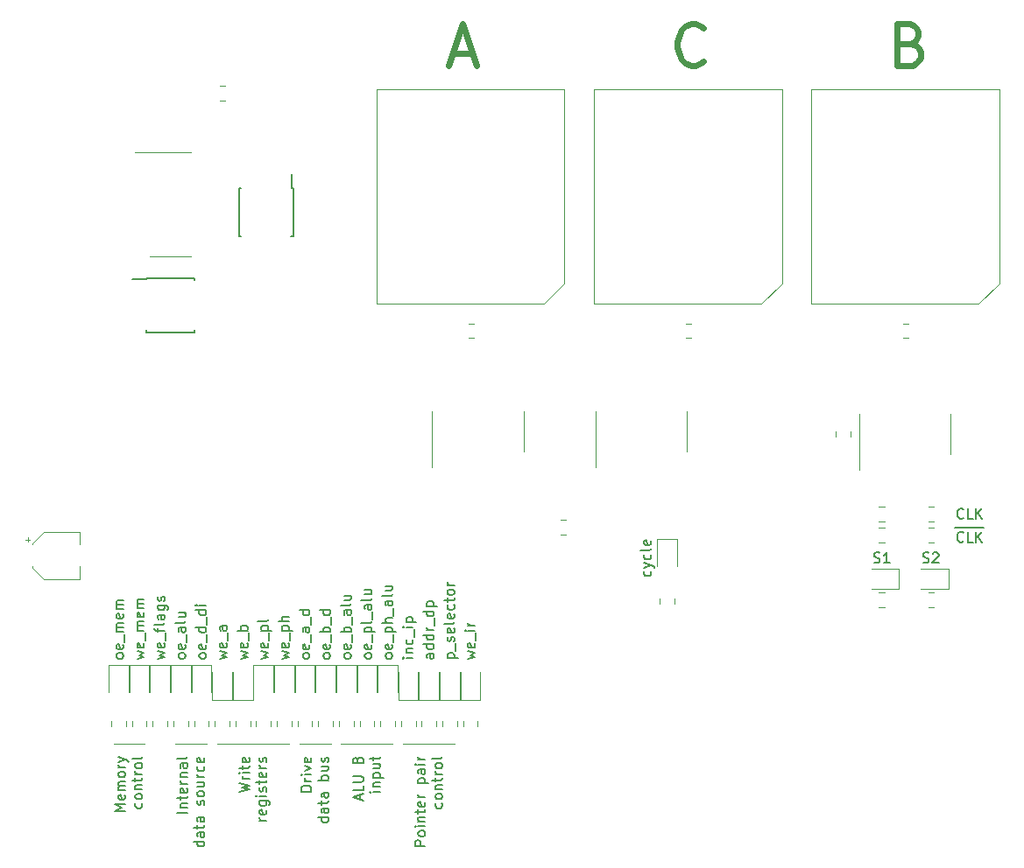
<source format=gbr>
G04 #@! TF.GenerationSoftware,KiCad,Pcbnew,(5.1.5-0-10_14)*
G04 #@! TF.CreationDate,2020-03-03T11:53:45+01:00*
G04 #@! TF.ProjectId,control,636f6e74-726f-46c2-9e6b-696361645f70,1*
G04 #@! TF.SameCoordinates,Original*
G04 #@! TF.FileFunction,Legend,Top*
G04 #@! TF.FilePolarity,Positive*
%FSLAX46Y46*%
G04 Gerber Fmt 4.6, Leading zero omitted, Abs format (unit mm)*
G04 Created by KiCad (PCBNEW (5.1.5-0-10_14)) date 2020-03-03 11:53:45*
%MOMM*%
%LPD*%
G04 APERTURE LIST*
%ADD10C,0.150000*%
%ADD11C,0.120000*%
%ADD12C,0.600000*%
G04 APERTURE END LIST*
D10*
X186988095Y-120404761D02*
X187130952Y-120452380D01*
X187369047Y-120452380D01*
X187464285Y-120404761D01*
X187511904Y-120357142D01*
X187559523Y-120261904D01*
X187559523Y-120166666D01*
X187511904Y-120071428D01*
X187464285Y-120023809D01*
X187369047Y-119976190D01*
X187178571Y-119928571D01*
X187083333Y-119880952D01*
X187035714Y-119833333D01*
X186988095Y-119738095D01*
X186988095Y-119642857D01*
X187035714Y-119547619D01*
X187083333Y-119500000D01*
X187178571Y-119452380D01*
X187416666Y-119452380D01*
X187559523Y-119500000D01*
X188511904Y-120452380D02*
X187940476Y-120452380D01*
X188226190Y-120452380D02*
X188226190Y-119452380D01*
X188130952Y-119595238D01*
X188035714Y-119690476D01*
X187940476Y-119738095D01*
X191738095Y-120404761D02*
X191880952Y-120452380D01*
X192119047Y-120452380D01*
X192214285Y-120404761D01*
X192261904Y-120357142D01*
X192309523Y-120261904D01*
X192309523Y-120166666D01*
X192261904Y-120071428D01*
X192214285Y-120023809D01*
X192119047Y-119976190D01*
X191928571Y-119928571D01*
X191833333Y-119880952D01*
X191785714Y-119833333D01*
X191738095Y-119738095D01*
X191738095Y-119642857D01*
X191785714Y-119547619D01*
X191833333Y-119500000D01*
X191928571Y-119452380D01*
X192166666Y-119452380D01*
X192309523Y-119500000D01*
X192690476Y-119547619D02*
X192738095Y-119500000D01*
X192833333Y-119452380D01*
X193071428Y-119452380D01*
X193166666Y-119500000D01*
X193214285Y-119547619D01*
X193261904Y-119642857D01*
X193261904Y-119738095D01*
X193214285Y-119880952D01*
X192642857Y-120452380D01*
X193261904Y-120452380D01*
X194845238Y-117085000D02*
X195845238Y-117085000D01*
X195654761Y-118357142D02*
X195607142Y-118404761D01*
X195464285Y-118452380D01*
X195369047Y-118452380D01*
X195226190Y-118404761D01*
X195130952Y-118309523D01*
X195083333Y-118214285D01*
X195035714Y-118023809D01*
X195035714Y-117880952D01*
X195083333Y-117690476D01*
X195130952Y-117595238D01*
X195226190Y-117500000D01*
X195369047Y-117452380D01*
X195464285Y-117452380D01*
X195607142Y-117500000D01*
X195654761Y-117547619D01*
X195845238Y-117085000D02*
X196654761Y-117085000D01*
X196559523Y-118452380D02*
X196083333Y-118452380D01*
X196083333Y-117452380D01*
X196654761Y-117085000D02*
X197654761Y-117085000D01*
X196892857Y-118452380D02*
X196892857Y-117452380D01*
X197464285Y-118452380D02*
X197035714Y-117880952D01*
X197464285Y-117452380D02*
X196892857Y-118023809D01*
X195654761Y-116107142D02*
X195607142Y-116154761D01*
X195464285Y-116202380D01*
X195369047Y-116202380D01*
X195226190Y-116154761D01*
X195130952Y-116059523D01*
X195083333Y-115964285D01*
X195035714Y-115773809D01*
X195035714Y-115630952D01*
X195083333Y-115440476D01*
X195130952Y-115345238D01*
X195226190Y-115250000D01*
X195369047Y-115202380D01*
X195464285Y-115202380D01*
X195607142Y-115250000D01*
X195654761Y-115297619D01*
X196559523Y-116202380D02*
X196083333Y-116202380D01*
X196083333Y-115202380D01*
X196892857Y-116202380D02*
X196892857Y-115202380D01*
X197464285Y-116202380D02*
X197035714Y-115630952D01*
X197464285Y-115202380D02*
X196892857Y-115773809D01*
X114627380Y-144478452D02*
X113627380Y-144478452D01*
X114341666Y-144145119D01*
X113627380Y-143811785D01*
X114627380Y-143811785D01*
X114579761Y-142954642D02*
X114627380Y-143049880D01*
X114627380Y-143240357D01*
X114579761Y-143335595D01*
X114484523Y-143383214D01*
X114103571Y-143383214D01*
X114008333Y-143335595D01*
X113960714Y-143240357D01*
X113960714Y-143049880D01*
X114008333Y-142954642D01*
X114103571Y-142907023D01*
X114198809Y-142907023D01*
X114294047Y-143383214D01*
X114627380Y-142478452D02*
X113960714Y-142478452D01*
X114055952Y-142478452D02*
X114008333Y-142430833D01*
X113960714Y-142335595D01*
X113960714Y-142192738D01*
X114008333Y-142097500D01*
X114103571Y-142049880D01*
X114627380Y-142049880D01*
X114103571Y-142049880D02*
X114008333Y-142002261D01*
X113960714Y-141907023D01*
X113960714Y-141764166D01*
X114008333Y-141668928D01*
X114103571Y-141621309D01*
X114627380Y-141621309D01*
X114627380Y-141002261D02*
X114579761Y-141097500D01*
X114532142Y-141145119D01*
X114436904Y-141192738D01*
X114151190Y-141192738D01*
X114055952Y-141145119D01*
X114008333Y-141097500D01*
X113960714Y-141002261D01*
X113960714Y-140859404D01*
X114008333Y-140764166D01*
X114055952Y-140716547D01*
X114151190Y-140668928D01*
X114436904Y-140668928D01*
X114532142Y-140716547D01*
X114579761Y-140764166D01*
X114627380Y-140859404D01*
X114627380Y-141002261D01*
X114627380Y-140240357D02*
X113960714Y-140240357D01*
X114151190Y-140240357D02*
X114055952Y-140192738D01*
X114008333Y-140145119D01*
X113960714Y-140049880D01*
X113960714Y-139954642D01*
X113960714Y-139716547D02*
X114627380Y-139478452D01*
X113960714Y-139240357D02*
X114627380Y-139478452D01*
X114865476Y-139573690D01*
X114913095Y-139621309D01*
X114960714Y-139716547D01*
X116229761Y-143716547D02*
X116277380Y-143811785D01*
X116277380Y-144002261D01*
X116229761Y-144097500D01*
X116182142Y-144145119D01*
X116086904Y-144192738D01*
X115801190Y-144192738D01*
X115705952Y-144145119D01*
X115658333Y-144097500D01*
X115610714Y-144002261D01*
X115610714Y-143811785D01*
X115658333Y-143716547D01*
X116277380Y-143145119D02*
X116229761Y-143240357D01*
X116182142Y-143287976D01*
X116086904Y-143335595D01*
X115801190Y-143335595D01*
X115705952Y-143287976D01*
X115658333Y-143240357D01*
X115610714Y-143145119D01*
X115610714Y-143002261D01*
X115658333Y-142907023D01*
X115705952Y-142859404D01*
X115801190Y-142811785D01*
X116086904Y-142811785D01*
X116182142Y-142859404D01*
X116229761Y-142907023D01*
X116277380Y-143002261D01*
X116277380Y-143145119D01*
X115610714Y-142383214D02*
X116277380Y-142383214D01*
X115705952Y-142383214D02*
X115658333Y-142335595D01*
X115610714Y-142240357D01*
X115610714Y-142097500D01*
X115658333Y-142002261D01*
X115753571Y-141954642D01*
X116277380Y-141954642D01*
X115610714Y-141621309D02*
X115610714Y-141240357D01*
X115277380Y-141478452D02*
X116134523Y-141478452D01*
X116229761Y-141430833D01*
X116277380Y-141335595D01*
X116277380Y-141240357D01*
X116277380Y-140907023D02*
X115610714Y-140907023D01*
X115801190Y-140907023D02*
X115705952Y-140859404D01*
X115658333Y-140811785D01*
X115610714Y-140716547D01*
X115610714Y-140621309D01*
X116277380Y-140145119D02*
X116229761Y-140240357D01*
X116182142Y-140287976D01*
X116086904Y-140335595D01*
X115801190Y-140335595D01*
X115705952Y-140287976D01*
X115658333Y-140240357D01*
X115610714Y-140145119D01*
X115610714Y-140002261D01*
X115658333Y-139907023D01*
X115705952Y-139859404D01*
X115801190Y-139811785D01*
X116086904Y-139811785D01*
X116182142Y-139859404D01*
X116229761Y-139907023D01*
X116277380Y-140002261D01*
X116277380Y-140145119D01*
X116277380Y-139240357D02*
X116229761Y-139335595D01*
X116134523Y-139383214D01*
X115277380Y-139383214D01*
D11*
X113500000Y-138000000D02*
X116500000Y-138000000D01*
D10*
X120627380Y-144621309D02*
X119627380Y-144621309D01*
X119960714Y-144145119D02*
X120627380Y-144145119D01*
X120055952Y-144145119D02*
X120008333Y-144097500D01*
X119960714Y-144002261D01*
X119960714Y-143859404D01*
X120008333Y-143764166D01*
X120103571Y-143716547D01*
X120627380Y-143716547D01*
X119960714Y-143383214D02*
X119960714Y-143002261D01*
X119627380Y-143240357D02*
X120484523Y-143240357D01*
X120579761Y-143192738D01*
X120627380Y-143097500D01*
X120627380Y-143002261D01*
X120579761Y-142287976D02*
X120627380Y-142383214D01*
X120627380Y-142573690D01*
X120579761Y-142668928D01*
X120484523Y-142716547D01*
X120103571Y-142716547D01*
X120008333Y-142668928D01*
X119960714Y-142573690D01*
X119960714Y-142383214D01*
X120008333Y-142287976D01*
X120103571Y-142240357D01*
X120198809Y-142240357D01*
X120294047Y-142716547D01*
X120627380Y-141811785D02*
X119960714Y-141811785D01*
X120151190Y-141811785D02*
X120055952Y-141764166D01*
X120008333Y-141716547D01*
X119960714Y-141621309D01*
X119960714Y-141526071D01*
X119960714Y-141192738D02*
X120627380Y-141192738D01*
X120055952Y-141192738D02*
X120008333Y-141145119D01*
X119960714Y-141049880D01*
X119960714Y-140907023D01*
X120008333Y-140811785D01*
X120103571Y-140764166D01*
X120627380Y-140764166D01*
X120627380Y-139859404D02*
X120103571Y-139859404D01*
X120008333Y-139907023D01*
X119960714Y-140002261D01*
X119960714Y-140192738D01*
X120008333Y-140287976D01*
X120579761Y-139859404D02*
X120627380Y-139954642D01*
X120627380Y-140192738D01*
X120579761Y-140287976D01*
X120484523Y-140335595D01*
X120389285Y-140335595D01*
X120294047Y-140287976D01*
X120246428Y-140192738D01*
X120246428Y-139954642D01*
X120198809Y-139859404D01*
X120627380Y-139240357D02*
X120579761Y-139335595D01*
X120484523Y-139383214D01*
X119627380Y-139383214D01*
X122277380Y-147430833D02*
X121277380Y-147430833D01*
X122229761Y-147430833D02*
X122277380Y-147526071D01*
X122277380Y-147716547D01*
X122229761Y-147811785D01*
X122182142Y-147859404D01*
X122086904Y-147907023D01*
X121801190Y-147907023D01*
X121705952Y-147859404D01*
X121658333Y-147811785D01*
X121610714Y-147716547D01*
X121610714Y-147526071D01*
X121658333Y-147430833D01*
X122277380Y-146526071D02*
X121753571Y-146526071D01*
X121658333Y-146573690D01*
X121610714Y-146668928D01*
X121610714Y-146859404D01*
X121658333Y-146954642D01*
X122229761Y-146526071D02*
X122277380Y-146621309D01*
X122277380Y-146859404D01*
X122229761Y-146954642D01*
X122134523Y-147002261D01*
X122039285Y-147002261D01*
X121944047Y-146954642D01*
X121896428Y-146859404D01*
X121896428Y-146621309D01*
X121848809Y-146526071D01*
X121610714Y-146192738D02*
X121610714Y-145811785D01*
X121277380Y-146049880D02*
X122134523Y-146049880D01*
X122229761Y-146002261D01*
X122277380Y-145907023D01*
X122277380Y-145811785D01*
X122277380Y-145049880D02*
X121753571Y-145049880D01*
X121658333Y-145097500D01*
X121610714Y-145192738D01*
X121610714Y-145383214D01*
X121658333Y-145478452D01*
X122229761Y-145049880D02*
X122277380Y-145145119D01*
X122277380Y-145383214D01*
X122229761Y-145478452D01*
X122134523Y-145526071D01*
X122039285Y-145526071D01*
X121944047Y-145478452D01*
X121896428Y-145383214D01*
X121896428Y-145145119D01*
X121848809Y-145049880D01*
X122229761Y-143859404D02*
X122277380Y-143764166D01*
X122277380Y-143573690D01*
X122229761Y-143478452D01*
X122134523Y-143430833D01*
X122086904Y-143430833D01*
X121991666Y-143478452D01*
X121944047Y-143573690D01*
X121944047Y-143716547D01*
X121896428Y-143811785D01*
X121801190Y-143859404D01*
X121753571Y-143859404D01*
X121658333Y-143811785D01*
X121610714Y-143716547D01*
X121610714Y-143573690D01*
X121658333Y-143478452D01*
X122277380Y-142859404D02*
X122229761Y-142954642D01*
X122182142Y-143002261D01*
X122086904Y-143049880D01*
X121801190Y-143049880D01*
X121705952Y-143002261D01*
X121658333Y-142954642D01*
X121610714Y-142859404D01*
X121610714Y-142716547D01*
X121658333Y-142621309D01*
X121705952Y-142573690D01*
X121801190Y-142526071D01*
X122086904Y-142526071D01*
X122182142Y-142573690D01*
X122229761Y-142621309D01*
X122277380Y-142716547D01*
X122277380Y-142859404D01*
X121610714Y-141668928D02*
X122277380Y-141668928D01*
X121610714Y-142097500D02*
X122134523Y-142097500D01*
X122229761Y-142049880D01*
X122277380Y-141954642D01*
X122277380Y-141811785D01*
X122229761Y-141716547D01*
X122182142Y-141668928D01*
X122277380Y-141192738D02*
X121610714Y-141192738D01*
X121801190Y-141192738D02*
X121705952Y-141145119D01*
X121658333Y-141097500D01*
X121610714Y-141002261D01*
X121610714Y-140907023D01*
X122229761Y-140145119D02*
X122277380Y-140240357D01*
X122277380Y-140430833D01*
X122229761Y-140526071D01*
X122182142Y-140573690D01*
X122086904Y-140621309D01*
X121801190Y-140621309D01*
X121705952Y-140573690D01*
X121658333Y-140526071D01*
X121610714Y-140430833D01*
X121610714Y-140240357D01*
X121658333Y-140145119D01*
X122229761Y-139335595D02*
X122277380Y-139430833D01*
X122277380Y-139621309D01*
X122229761Y-139716547D01*
X122134523Y-139764166D01*
X121753571Y-139764166D01*
X121658333Y-139716547D01*
X121610714Y-139621309D01*
X121610714Y-139430833D01*
X121658333Y-139335595D01*
X121753571Y-139287976D01*
X121848809Y-139287976D01*
X121944047Y-139764166D01*
X125627380Y-142621309D02*
X126627380Y-142383214D01*
X125913095Y-142192738D01*
X126627380Y-142002261D01*
X125627380Y-141764166D01*
X126627380Y-141383214D02*
X125960714Y-141383214D01*
X126151190Y-141383214D02*
X126055952Y-141335595D01*
X126008333Y-141287976D01*
X125960714Y-141192738D01*
X125960714Y-141097500D01*
X126627380Y-140764166D02*
X125960714Y-140764166D01*
X125627380Y-140764166D02*
X125675000Y-140811785D01*
X125722619Y-140764166D01*
X125675000Y-140716547D01*
X125627380Y-140764166D01*
X125722619Y-140764166D01*
X125960714Y-140430833D02*
X125960714Y-140049880D01*
X125627380Y-140287976D02*
X126484523Y-140287976D01*
X126579761Y-140240357D01*
X126627380Y-140145119D01*
X126627380Y-140049880D01*
X126579761Y-139335595D02*
X126627380Y-139430833D01*
X126627380Y-139621309D01*
X126579761Y-139716547D01*
X126484523Y-139764166D01*
X126103571Y-139764166D01*
X126008333Y-139716547D01*
X125960714Y-139621309D01*
X125960714Y-139430833D01*
X126008333Y-139335595D01*
X126103571Y-139287976D01*
X126198809Y-139287976D01*
X126294047Y-139764166D01*
X128277380Y-145383214D02*
X127610714Y-145383214D01*
X127801190Y-145383214D02*
X127705952Y-145335595D01*
X127658333Y-145287976D01*
X127610714Y-145192738D01*
X127610714Y-145097500D01*
X128229761Y-144383214D02*
X128277380Y-144478452D01*
X128277380Y-144668928D01*
X128229761Y-144764166D01*
X128134523Y-144811785D01*
X127753571Y-144811785D01*
X127658333Y-144764166D01*
X127610714Y-144668928D01*
X127610714Y-144478452D01*
X127658333Y-144383214D01*
X127753571Y-144335595D01*
X127848809Y-144335595D01*
X127944047Y-144811785D01*
X127610714Y-143478452D02*
X128420238Y-143478452D01*
X128515476Y-143526071D01*
X128563095Y-143573690D01*
X128610714Y-143668928D01*
X128610714Y-143811785D01*
X128563095Y-143907023D01*
X128229761Y-143478452D02*
X128277380Y-143573690D01*
X128277380Y-143764166D01*
X128229761Y-143859404D01*
X128182142Y-143907023D01*
X128086904Y-143954642D01*
X127801190Y-143954642D01*
X127705952Y-143907023D01*
X127658333Y-143859404D01*
X127610714Y-143764166D01*
X127610714Y-143573690D01*
X127658333Y-143478452D01*
X128277380Y-143002261D02*
X127610714Y-143002261D01*
X127277380Y-143002261D02*
X127325000Y-143049880D01*
X127372619Y-143002261D01*
X127325000Y-142954642D01*
X127277380Y-143002261D01*
X127372619Y-143002261D01*
X128229761Y-142573690D02*
X128277380Y-142478452D01*
X128277380Y-142287976D01*
X128229761Y-142192738D01*
X128134523Y-142145119D01*
X128086904Y-142145119D01*
X127991666Y-142192738D01*
X127944047Y-142287976D01*
X127944047Y-142430833D01*
X127896428Y-142526071D01*
X127801190Y-142573690D01*
X127753571Y-142573690D01*
X127658333Y-142526071D01*
X127610714Y-142430833D01*
X127610714Y-142287976D01*
X127658333Y-142192738D01*
X127610714Y-141859404D02*
X127610714Y-141478452D01*
X127277380Y-141716547D02*
X128134523Y-141716547D01*
X128229761Y-141668928D01*
X128277380Y-141573690D01*
X128277380Y-141478452D01*
X128229761Y-140764166D02*
X128277380Y-140859404D01*
X128277380Y-141049880D01*
X128229761Y-141145119D01*
X128134523Y-141192738D01*
X127753571Y-141192738D01*
X127658333Y-141145119D01*
X127610714Y-141049880D01*
X127610714Y-140859404D01*
X127658333Y-140764166D01*
X127753571Y-140716547D01*
X127848809Y-140716547D01*
X127944047Y-141192738D01*
X128277380Y-140287976D02*
X127610714Y-140287976D01*
X127801190Y-140287976D02*
X127705952Y-140240357D01*
X127658333Y-140192738D01*
X127610714Y-140097500D01*
X127610714Y-140002261D01*
X128229761Y-139716547D02*
X128277380Y-139621309D01*
X128277380Y-139430833D01*
X128229761Y-139335595D01*
X128134523Y-139287976D01*
X128086904Y-139287976D01*
X127991666Y-139335595D01*
X127944047Y-139430833D01*
X127944047Y-139573690D01*
X127896428Y-139668928D01*
X127801190Y-139716547D01*
X127753571Y-139716547D01*
X127658333Y-139668928D01*
X127610714Y-139573690D01*
X127610714Y-139430833D01*
X127658333Y-139335595D01*
X132627380Y-142573690D02*
X131627380Y-142573690D01*
X131627380Y-142335595D01*
X131675000Y-142192738D01*
X131770238Y-142097500D01*
X131865476Y-142049880D01*
X132055952Y-142002261D01*
X132198809Y-142002261D01*
X132389285Y-142049880D01*
X132484523Y-142097500D01*
X132579761Y-142192738D01*
X132627380Y-142335595D01*
X132627380Y-142573690D01*
X132627380Y-141573690D02*
X131960714Y-141573690D01*
X132151190Y-141573690D02*
X132055952Y-141526071D01*
X132008333Y-141478452D01*
X131960714Y-141383214D01*
X131960714Y-141287976D01*
X132627380Y-140954642D02*
X131960714Y-140954642D01*
X131627380Y-140954642D02*
X131675000Y-141002261D01*
X131722619Y-140954642D01*
X131675000Y-140907023D01*
X131627380Y-140954642D01*
X131722619Y-140954642D01*
X131960714Y-140573690D02*
X132627380Y-140335595D01*
X131960714Y-140097500D01*
X132579761Y-139335595D02*
X132627380Y-139430833D01*
X132627380Y-139621309D01*
X132579761Y-139716547D01*
X132484523Y-139764166D01*
X132103571Y-139764166D01*
X132008333Y-139716547D01*
X131960714Y-139621309D01*
X131960714Y-139430833D01*
X132008333Y-139335595D01*
X132103571Y-139287976D01*
X132198809Y-139287976D01*
X132294047Y-139764166D01*
X134277380Y-145097500D02*
X133277380Y-145097500D01*
X134229761Y-145097500D02*
X134277380Y-145192738D01*
X134277380Y-145383214D01*
X134229761Y-145478452D01*
X134182142Y-145526071D01*
X134086904Y-145573690D01*
X133801190Y-145573690D01*
X133705952Y-145526071D01*
X133658333Y-145478452D01*
X133610714Y-145383214D01*
X133610714Y-145192738D01*
X133658333Y-145097500D01*
X134277380Y-144192738D02*
X133753571Y-144192738D01*
X133658333Y-144240357D01*
X133610714Y-144335595D01*
X133610714Y-144526071D01*
X133658333Y-144621309D01*
X134229761Y-144192738D02*
X134277380Y-144287976D01*
X134277380Y-144526071D01*
X134229761Y-144621309D01*
X134134523Y-144668928D01*
X134039285Y-144668928D01*
X133944047Y-144621309D01*
X133896428Y-144526071D01*
X133896428Y-144287976D01*
X133848809Y-144192738D01*
X133610714Y-143859404D02*
X133610714Y-143478452D01*
X133277380Y-143716547D02*
X134134523Y-143716547D01*
X134229761Y-143668928D01*
X134277380Y-143573690D01*
X134277380Y-143478452D01*
X134277380Y-142716547D02*
X133753571Y-142716547D01*
X133658333Y-142764166D01*
X133610714Y-142859404D01*
X133610714Y-143049880D01*
X133658333Y-143145119D01*
X134229761Y-142716547D02*
X134277380Y-142811785D01*
X134277380Y-143049880D01*
X134229761Y-143145119D01*
X134134523Y-143192738D01*
X134039285Y-143192738D01*
X133944047Y-143145119D01*
X133896428Y-143049880D01*
X133896428Y-142811785D01*
X133848809Y-142716547D01*
X134277380Y-141478452D02*
X133277380Y-141478452D01*
X133658333Y-141478452D02*
X133610714Y-141383214D01*
X133610714Y-141192738D01*
X133658333Y-141097500D01*
X133705952Y-141049880D01*
X133801190Y-141002261D01*
X134086904Y-141002261D01*
X134182142Y-141049880D01*
X134229761Y-141097500D01*
X134277380Y-141192738D01*
X134277380Y-141383214D01*
X134229761Y-141478452D01*
X133610714Y-140145119D02*
X134277380Y-140145119D01*
X133610714Y-140573690D02*
X134134523Y-140573690D01*
X134229761Y-140526071D01*
X134277380Y-140430833D01*
X134277380Y-140287976D01*
X134229761Y-140192738D01*
X134182142Y-140145119D01*
X134229761Y-139716547D02*
X134277380Y-139621309D01*
X134277380Y-139430833D01*
X134229761Y-139335595D01*
X134134523Y-139287976D01*
X134086904Y-139287976D01*
X133991666Y-139335595D01*
X133944047Y-139430833D01*
X133944047Y-139573690D01*
X133896428Y-139668928D01*
X133801190Y-139716547D01*
X133753571Y-139716547D01*
X133658333Y-139668928D01*
X133610714Y-139573690D01*
X133610714Y-139430833D01*
X133658333Y-139335595D01*
X137341666Y-143383214D02*
X137341666Y-142907023D01*
X137627380Y-143478452D02*
X136627380Y-143145119D01*
X137627380Y-142811785D01*
X137627380Y-142002261D02*
X137627380Y-142478452D01*
X136627380Y-142478452D01*
X136627380Y-141668928D02*
X137436904Y-141668928D01*
X137532142Y-141621309D01*
X137579761Y-141573690D01*
X137627380Y-141478452D01*
X137627380Y-141287976D01*
X137579761Y-141192738D01*
X137532142Y-141145119D01*
X137436904Y-141097500D01*
X136627380Y-141097500D01*
X137103571Y-139526071D02*
X137151190Y-139383214D01*
X137198809Y-139335595D01*
X137294047Y-139287976D01*
X137436904Y-139287976D01*
X137532142Y-139335595D01*
X137579761Y-139383214D01*
X137627380Y-139478452D01*
X137627380Y-139859404D01*
X136627380Y-139859404D01*
X136627380Y-139526071D01*
X136675000Y-139430833D01*
X136722619Y-139383214D01*
X136817857Y-139335595D01*
X136913095Y-139335595D01*
X137008333Y-139383214D01*
X137055952Y-139430833D01*
X137103571Y-139526071D01*
X137103571Y-139859404D01*
X139277380Y-142621309D02*
X138610714Y-142621309D01*
X138277380Y-142621309D02*
X138325000Y-142668928D01*
X138372619Y-142621309D01*
X138325000Y-142573690D01*
X138277380Y-142621309D01*
X138372619Y-142621309D01*
X138610714Y-142145119D02*
X139277380Y-142145119D01*
X138705952Y-142145119D02*
X138658333Y-142097500D01*
X138610714Y-142002261D01*
X138610714Y-141859404D01*
X138658333Y-141764166D01*
X138753571Y-141716547D01*
X139277380Y-141716547D01*
X138610714Y-141240357D02*
X139610714Y-141240357D01*
X138658333Y-141240357D02*
X138610714Y-141145119D01*
X138610714Y-140954642D01*
X138658333Y-140859404D01*
X138705952Y-140811785D01*
X138801190Y-140764166D01*
X139086904Y-140764166D01*
X139182142Y-140811785D01*
X139229761Y-140859404D01*
X139277380Y-140954642D01*
X139277380Y-141145119D01*
X139229761Y-141240357D01*
X138610714Y-139907023D02*
X139277380Y-139907023D01*
X138610714Y-140335595D02*
X139134523Y-140335595D01*
X139229761Y-140287976D01*
X139277380Y-140192738D01*
X139277380Y-140049880D01*
X139229761Y-139954642D01*
X139182142Y-139907023D01*
X138610714Y-139573690D02*
X138610714Y-139192738D01*
X138277380Y-139430833D02*
X139134523Y-139430833D01*
X139229761Y-139383214D01*
X139277380Y-139287976D01*
X139277380Y-139192738D01*
X143627380Y-147859404D02*
X142627380Y-147859404D01*
X142627380Y-147478452D01*
X142675000Y-147383214D01*
X142722619Y-147335595D01*
X142817857Y-147287976D01*
X142960714Y-147287976D01*
X143055952Y-147335595D01*
X143103571Y-147383214D01*
X143151190Y-147478452D01*
X143151190Y-147859404D01*
X143627380Y-146716547D02*
X143579761Y-146811785D01*
X143532142Y-146859404D01*
X143436904Y-146907023D01*
X143151190Y-146907023D01*
X143055952Y-146859404D01*
X143008333Y-146811785D01*
X142960714Y-146716547D01*
X142960714Y-146573690D01*
X143008333Y-146478452D01*
X143055952Y-146430833D01*
X143151190Y-146383214D01*
X143436904Y-146383214D01*
X143532142Y-146430833D01*
X143579761Y-146478452D01*
X143627380Y-146573690D01*
X143627380Y-146716547D01*
X143627380Y-145954642D02*
X142960714Y-145954642D01*
X142627380Y-145954642D02*
X142675000Y-146002261D01*
X142722619Y-145954642D01*
X142675000Y-145907023D01*
X142627380Y-145954642D01*
X142722619Y-145954642D01*
X142960714Y-145478452D02*
X143627380Y-145478452D01*
X143055952Y-145478452D02*
X143008333Y-145430833D01*
X142960714Y-145335595D01*
X142960714Y-145192738D01*
X143008333Y-145097500D01*
X143103571Y-145049880D01*
X143627380Y-145049880D01*
X142960714Y-144716547D02*
X142960714Y-144335595D01*
X142627380Y-144573690D02*
X143484523Y-144573690D01*
X143579761Y-144526071D01*
X143627380Y-144430833D01*
X143627380Y-144335595D01*
X143579761Y-143621309D02*
X143627380Y-143716547D01*
X143627380Y-143907023D01*
X143579761Y-144002261D01*
X143484523Y-144049880D01*
X143103571Y-144049880D01*
X143008333Y-144002261D01*
X142960714Y-143907023D01*
X142960714Y-143716547D01*
X143008333Y-143621309D01*
X143103571Y-143573690D01*
X143198809Y-143573690D01*
X143294047Y-144049880D01*
X143627380Y-143145119D02*
X142960714Y-143145119D01*
X143151190Y-143145119D02*
X143055952Y-143097500D01*
X143008333Y-143049880D01*
X142960714Y-142954642D01*
X142960714Y-142859404D01*
X142960714Y-141764166D02*
X143960714Y-141764166D01*
X143008333Y-141764166D02*
X142960714Y-141668928D01*
X142960714Y-141478452D01*
X143008333Y-141383214D01*
X143055952Y-141335595D01*
X143151190Y-141287976D01*
X143436904Y-141287976D01*
X143532142Y-141335595D01*
X143579761Y-141383214D01*
X143627380Y-141478452D01*
X143627380Y-141668928D01*
X143579761Y-141764166D01*
X143627380Y-140430833D02*
X143103571Y-140430833D01*
X143008333Y-140478452D01*
X142960714Y-140573690D01*
X142960714Y-140764166D01*
X143008333Y-140859404D01*
X143579761Y-140430833D02*
X143627380Y-140526071D01*
X143627380Y-140764166D01*
X143579761Y-140859404D01*
X143484523Y-140907023D01*
X143389285Y-140907023D01*
X143294047Y-140859404D01*
X143246428Y-140764166D01*
X143246428Y-140526071D01*
X143198809Y-140430833D01*
X143627380Y-139954642D02*
X142960714Y-139954642D01*
X142627380Y-139954642D02*
X142675000Y-140002261D01*
X142722619Y-139954642D01*
X142675000Y-139907023D01*
X142627380Y-139954642D01*
X142722619Y-139954642D01*
X143627380Y-139478452D02*
X142960714Y-139478452D01*
X143151190Y-139478452D02*
X143055952Y-139430833D01*
X143008333Y-139383214D01*
X142960714Y-139287976D01*
X142960714Y-139192738D01*
X145229761Y-143716547D02*
X145277380Y-143811785D01*
X145277380Y-144002261D01*
X145229761Y-144097500D01*
X145182142Y-144145119D01*
X145086904Y-144192738D01*
X144801190Y-144192738D01*
X144705952Y-144145119D01*
X144658333Y-144097500D01*
X144610714Y-144002261D01*
X144610714Y-143811785D01*
X144658333Y-143716547D01*
X145277380Y-143145119D02*
X145229761Y-143240357D01*
X145182142Y-143287976D01*
X145086904Y-143335595D01*
X144801190Y-143335595D01*
X144705952Y-143287976D01*
X144658333Y-143240357D01*
X144610714Y-143145119D01*
X144610714Y-143002261D01*
X144658333Y-142907023D01*
X144705952Y-142859404D01*
X144801190Y-142811785D01*
X145086904Y-142811785D01*
X145182142Y-142859404D01*
X145229761Y-142907023D01*
X145277380Y-143002261D01*
X145277380Y-143145119D01*
X144610714Y-142383214D02*
X145277380Y-142383214D01*
X144705952Y-142383214D02*
X144658333Y-142335595D01*
X144610714Y-142240357D01*
X144610714Y-142097500D01*
X144658333Y-142002261D01*
X144753571Y-141954642D01*
X145277380Y-141954642D01*
X144610714Y-141621309D02*
X144610714Y-141240357D01*
X144277380Y-141478452D02*
X145134523Y-141478452D01*
X145229761Y-141430833D01*
X145277380Y-141335595D01*
X145277380Y-141240357D01*
X145277380Y-140907023D02*
X144610714Y-140907023D01*
X144801190Y-140907023D02*
X144705952Y-140859404D01*
X144658333Y-140811785D01*
X144610714Y-140716547D01*
X144610714Y-140621309D01*
X145277380Y-140145119D02*
X145229761Y-140240357D01*
X145182142Y-140287976D01*
X145086904Y-140335595D01*
X144801190Y-140335595D01*
X144705952Y-140287976D01*
X144658333Y-140240357D01*
X144610714Y-140145119D01*
X144610714Y-140002261D01*
X144658333Y-139907023D01*
X144705952Y-139859404D01*
X144801190Y-139811785D01*
X145086904Y-139811785D01*
X145182142Y-139859404D01*
X145229761Y-139907023D01*
X145277380Y-140002261D01*
X145277380Y-140145119D01*
X145277380Y-139240357D02*
X145229761Y-139335595D01*
X145134523Y-139383214D01*
X144277380Y-139383214D01*
D11*
X141500000Y-138000000D02*
X146500000Y-138000000D01*
X135500000Y-138000000D02*
X140500000Y-138000000D01*
X131500000Y-138000000D02*
X134500000Y-138000000D01*
X123500000Y-138000000D02*
X130500000Y-138000000D01*
X119500000Y-138000000D02*
X122500000Y-138000000D01*
D10*
X165404761Y-121261904D02*
X165452380Y-121357142D01*
X165452380Y-121547619D01*
X165404761Y-121642857D01*
X165357142Y-121690476D01*
X165261904Y-121738095D01*
X164976190Y-121738095D01*
X164880952Y-121690476D01*
X164833333Y-121642857D01*
X164785714Y-121547619D01*
X164785714Y-121357142D01*
X164833333Y-121261904D01*
X164785714Y-120928571D02*
X165452380Y-120690476D01*
X164785714Y-120452380D02*
X165452380Y-120690476D01*
X165690476Y-120785714D01*
X165738095Y-120833333D01*
X165785714Y-120928571D01*
X165404761Y-119642857D02*
X165452380Y-119738095D01*
X165452380Y-119928571D01*
X165404761Y-120023809D01*
X165357142Y-120071428D01*
X165261904Y-120119047D01*
X164976190Y-120119047D01*
X164880952Y-120071428D01*
X164833333Y-120023809D01*
X164785714Y-119928571D01*
X164785714Y-119738095D01*
X164833333Y-119642857D01*
X165452380Y-119071428D02*
X165404761Y-119166666D01*
X165309523Y-119214285D01*
X164452380Y-119214285D01*
X165404761Y-118309523D02*
X165452380Y-118404761D01*
X165452380Y-118595238D01*
X165404761Y-118690476D01*
X165309523Y-118738095D01*
X164928571Y-118738095D01*
X164833333Y-118690476D01*
X164785714Y-118595238D01*
X164785714Y-118404761D01*
X164833333Y-118309523D01*
X164928571Y-118261904D01*
X165023809Y-118261904D01*
X165119047Y-118738095D01*
X147785714Y-129759642D02*
X148452380Y-129569166D01*
X147976190Y-129378690D01*
X148452380Y-129188214D01*
X147785714Y-128997738D01*
X148404761Y-128235833D02*
X148452380Y-128331071D01*
X148452380Y-128521547D01*
X148404761Y-128616785D01*
X148309523Y-128664404D01*
X147928571Y-128664404D01*
X147833333Y-128616785D01*
X147785714Y-128521547D01*
X147785714Y-128331071D01*
X147833333Y-128235833D01*
X147928571Y-128188214D01*
X148023809Y-128188214D01*
X148119047Y-128664404D01*
X148547619Y-127997738D02*
X148547619Y-127235833D01*
X148452380Y-126997738D02*
X147785714Y-126997738D01*
X147452380Y-126997738D02*
X147500000Y-127045357D01*
X147547619Y-126997738D01*
X147500000Y-126950119D01*
X147452380Y-126997738D01*
X147547619Y-126997738D01*
X148452380Y-126521547D02*
X147785714Y-126521547D01*
X147976190Y-126521547D02*
X147880952Y-126473928D01*
X147833333Y-126426309D01*
X147785714Y-126331071D01*
X147785714Y-126235833D01*
X122452380Y-129521547D02*
X122404761Y-129616785D01*
X122357142Y-129664404D01*
X122261904Y-129712023D01*
X121976190Y-129712023D01*
X121880952Y-129664404D01*
X121833333Y-129616785D01*
X121785714Y-129521547D01*
X121785714Y-129378690D01*
X121833333Y-129283452D01*
X121880952Y-129235833D01*
X121976190Y-129188214D01*
X122261904Y-129188214D01*
X122357142Y-129235833D01*
X122404761Y-129283452D01*
X122452380Y-129378690D01*
X122452380Y-129521547D01*
X122404761Y-128378690D02*
X122452380Y-128473928D01*
X122452380Y-128664404D01*
X122404761Y-128759642D01*
X122309523Y-128807261D01*
X121928571Y-128807261D01*
X121833333Y-128759642D01*
X121785714Y-128664404D01*
X121785714Y-128473928D01*
X121833333Y-128378690D01*
X121928571Y-128331071D01*
X122023809Y-128331071D01*
X122119047Y-128807261D01*
X122547619Y-128140595D02*
X122547619Y-127378690D01*
X122452380Y-126712023D02*
X121452380Y-126712023D01*
X122404761Y-126712023D02*
X122452380Y-126807261D01*
X122452380Y-126997738D01*
X122404761Y-127092976D01*
X122357142Y-127140595D01*
X122261904Y-127188214D01*
X121976190Y-127188214D01*
X121880952Y-127140595D01*
X121833333Y-127092976D01*
X121785714Y-126997738D01*
X121785714Y-126807261D01*
X121833333Y-126712023D01*
X122547619Y-126473928D02*
X122547619Y-125712023D01*
X122452380Y-125045357D02*
X121452380Y-125045357D01*
X122404761Y-125045357D02*
X122452380Y-125140595D01*
X122452380Y-125331071D01*
X122404761Y-125426309D01*
X122357142Y-125473928D01*
X122261904Y-125521547D01*
X121976190Y-125521547D01*
X121880952Y-125473928D01*
X121833333Y-125426309D01*
X121785714Y-125331071D01*
X121785714Y-125140595D01*
X121833333Y-125045357D01*
X122452380Y-124569166D02*
X121785714Y-124569166D01*
X121452380Y-124569166D02*
X121500000Y-124616785D01*
X121547619Y-124569166D01*
X121500000Y-124521547D01*
X121452380Y-124569166D01*
X121547619Y-124569166D01*
X144452380Y-129235833D02*
X143928571Y-129235833D01*
X143833333Y-129283452D01*
X143785714Y-129378690D01*
X143785714Y-129569166D01*
X143833333Y-129664404D01*
X144404761Y-129235833D02*
X144452380Y-129331071D01*
X144452380Y-129569166D01*
X144404761Y-129664404D01*
X144309523Y-129712023D01*
X144214285Y-129712023D01*
X144119047Y-129664404D01*
X144071428Y-129569166D01*
X144071428Y-129331071D01*
X144023809Y-129235833D01*
X144452380Y-128331071D02*
X143452380Y-128331071D01*
X144404761Y-128331071D02*
X144452380Y-128426309D01*
X144452380Y-128616785D01*
X144404761Y-128712023D01*
X144357142Y-128759642D01*
X144261904Y-128807261D01*
X143976190Y-128807261D01*
X143880952Y-128759642D01*
X143833333Y-128712023D01*
X143785714Y-128616785D01*
X143785714Y-128426309D01*
X143833333Y-128331071D01*
X144452380Y-127426309D02*
X143452380Y-127426309D01*
X144404761Y-127426309D02*
X144452380Y-127521547D01*
X144452380Y-127712023D01*
X144404761Y-127807261D01*
X144357142Y-127854880D01*
X144261904Y-127902500D01*
X143976190Y-127902500D01*
X143880952Y-127854880D01*
X143833333Y-127807261D01*
X143785714Y-127712023D01*
X143785714Y-127521547D01*
X143833333Y-127426309D01*
X144452380Y-126950119D02*
X143785714Y-126950119D01*
X143976190Y-126950119D02*
X143880952Y-126902500D01*
X143833333Y-126854880D01*
X143785714Y-126759642D01*
X143785714Y-126664404D01*
X144547619Y-126569166D02*
X144547619Y-125807261D01*
X144452380Y-125140595D02*
X143452380Y-125140595D01*
X144404761Y-125140595D02*
X144452380Y-125235833D01*
X144452380Y-125426309D01*
X144404761Y-125521547D01*
X144357142Y-125569166D01*
X144261904Y-125616785D01*
X143976190Y-125616785D01*
X143880952Y-125569166D01*
X143833333Y-125521547D01*
X143785714Y-125426309D01*
X143785714Y-125235833D01*
X143833333Y-125140595D01*
X143785714Y-124664404D02*
X144785714Y-124664404D01*
X143833333Y-124664404D02*
X143785714Y-124569166D01*
X143785714Y-124378690D01*
X143833333Y-124283452D01*
X143880952Y-124235833D01*
X143976190Y-124188214D01*
X144261904Y-124188214D01*
X144357142Y-124235833D01*
X144404761Y-124283452D01*
X144452380Y-124378690D01*
X144452380Y-124569166D01*
X144404761Y-124664404D01*
X142452380Y-129664404D02*
X141785714Y-129664404D01*
X141452380Y-129664404D02*
X141500000Y-129712023D01*
X141547619Y-129664404D01*
X141500000Y-129616785D01*
X141452380Y-129664404D01*
X141547619Y-129664404D01*
X141785714Y-129188214D02*
X142452380Y-129188214D01*
X141880952Y-129188214D02*
X141833333Y-129140595D01*
X141785714Y-129045357D01*
X141785714Y-128902500D01*
X141833333Y-128807261D01*
X141928571Y-128759642D01*
X142452380Y-128759642D01*
X142404761Y-127854880D02*
X142452380Y-127950119D01*
X142452380Y-128140595D01*
X142404761Y-128235833D01*
X142357142Y-128283452D01*
X142261904Y-128331071D01*
X141976190Y-128331071D01*
X141880952Y-128283452D01*
X141833333Y-128235833D01*
X141785714Y-128140595D01*
X141785714Y-127950119D01*
X141833333Y-127854880D01*
X142547619Y-127664404D02*
X142547619Y-126902500D01*
X142452380Y-126664404D02*
X141785714Y-126664404D01*
X141452380Y-126664404D02*
X141500000Y-126712023D01*
X141547619Y-126664404D01*
X141500000Y-126616785D01*
X141452380Y-126664404D01*
X141547619Y-126664404D01*
X141785714Y-126188214D02*
X142785714Y-126188214D01*
X141833333Y-126188214D02*
X141785714Y-126092976D01*
X141785714Y-125902500D01*
X141833333Y-125807261D01*
X141880952Y-125759642D01*
X141976190Y-125712023D01*
X142261904Y-125712023D01*
X142357142Y-125759642D01*
X142404761Y-125807261D01*
X142452380Y-125902500D01*
X142452380Y-126092976D01*
X142404761Y-126188214D01*
X127785714Y-129759642D02*
X128452380Y-129569166D01*
X127976190Y-129378690D01*
X128452380Y-129188214D01*
X127785714Y-128997738D01*
X128404761Y-128235833D02*
X128452380Y-128331071D01*
X128452380Y-128521547D01*
X128404761Y-128616785D01*
X128309523Y-128664404D01*
X127928571Y-128664404D01*
X127833333Y-128616785D01*
X127785714Y-128521547D01*
X127785714Y-128331071D01*
X127833333Y-128235833D01*
X127928571Y-128188214D01*
X128023809Y-128188214D01*
X128119047Y-128664404D01*
X128547619Y-127997738D02*
X128547619Y-127235833D01*
X127785714Y-126997738D02*
X128785714Y-126997738D01*
X127833333Y-126997738D02*
X127785714Y-126902500D01*
X127785714Y-126712023D01*
X127833333Y-126616785D01*
X127880952Y-126569166D01*
X127976190Y-126521547D01*
X128261904Y-126521547D01*
X128357142Y-126569166D01*
X128404761Y-126616785D01*
X128452380Y-126712023D01*
X128452380Y-126902500D01*
X128404761Y-126997738D01*
X128452380Y-125950119D02*
X128404761Y-126045357D01*
X128309523Y-126092976D01*
X127452380Y-126092976D01*
X145785714Y-129664404D02*
X146785714Y-129664404D01*
X145833333Y-129664404D02*
X145785714Y-129569166D01*
X145785714Y-129378690D01*
X145833333Y-129283452D01*
X145880952Y-129235833D01*
X145976190Y-129188214D01*
X146261904Y-129188214D01*
X146357142Y-129235833D01*
X146404761Y-129283452D01*
X146452380Y-129378690D01*
X146452380Y-129569166D01*
X146404761Y-129664404D01*
X146547619Y-128997738D02*
X146547619Y-128235833D01*
X146404761Y-128045357D02*
X146452380Y-127950119D01*
X146452380Y-127759642D01*
X146404761Y-127664404D01*
X146309523Y-127616785D01*
X146261904Y-127616785D01*
X146166666Y-127664404D01*
X146119047Y-127759642D01*
X146119047Y-127902500D01*
X146071428Y-127997738D01*
X145976190Y-128045357D01*
X145928571Y-128045357D01*
X145833333Y-127997738D01*
X145785714Y-127902500D01*
X145785714Y-127759642D01*
X145833333Y-127664404D01*
X146404761Y-126807261D02*
X146452380Y-126902500D01*
X146452380Y-127092976D01*
X146404761Y-127188214D01*
X146309523Y-127235833D01*
X145928571Y-127235833D01*
X145833333Y-127188214D01*
X145785714Y-127092976D01*
X145785714Y-126902500D01*
X145833333Y-126807261D01*
X145928571Y-126759642D01*
X146023809Y-126759642D01*
X146119047Y-127235833D01*
X146452380Y-126188214D02*
X146404761Y-126283452D01*
X146309523Y-126331071D01*
X145452380Y-126331071D01*
X146404761Y-125426309D02*
X146452380Y-125521547D01*
X146452380Y-125712023D01*
X146404761Y-125807261D01*
X146309523Y-125854880D01*
X145928571Y-125854880D01*
X145833333Y-125807261D01*
X145785714Y-125712023D01*
X145785714Y-125521547D01*
X145833333Y-125426309D01*
X145928571Y-125378690D01*
X146023809Y-125378690D01*
X146119047Y-125854880D01*
X146404761Y-124521547D02*
X146452380Y-124616785D01*
X146452380Y-124807261D01*
X146404761Y-124902500D01*
X146357142Y-124950119D01*
X146261904Y-124997738D01*
X145976190Y-124997738D01*
X145880952Y-124950119D01*
X145833333Y-124902500D01*
X145785714Y-124807261D01*
X145785714Y-124616785D01*
X145833333Y-124521547D01*
X145785714Y-124235833D02*
X145785714Y-123854880D01*
X145452380Y-124092976D02*
X146309523Y-124092976D01*
X146404761Y-124045357D01*
X146452380Y-123950119D01*
X146452380Y-123854880D01*
X146452380Y-123378690D02*
X146404761Y-123473928D01*
X146357142Y-123521547D01*
X146261904Y-123569166D01*
X145976190Y-123569166D01*
X145880952Y-123521547D01*
X145833333Y-123473928D01*
X145785714Y-123378690D01*
X145785714Y-123235833D01*
X145833333Y-123140595D01*
X145880952Y-123092976D01*
X145976190Y-123045357D01*
X146261904Y-123045357D01*
X146357142Y-123092976D01*
X146404761Y-123140595D01*
X146452380Y-123235833D01*
X146452380Y-123378690D01*
X146452380Y-122616785D02*
X145785714Y-122616785D01*
X145976190Y-122616785D02*
X145880952Y-122569166D01*
X145833333Y-122521547D01*
X145785714Y-122426309D01*
X145785714Y-122331071D01*
X123785714Y-129759642D02*
X124452380Y-129569166D01*
X123976190Y-129378690D01*
X124452380Y-129188214D01*
X123785714Y-128997738D01*
X124404761Y-128235833D02*
X124452380Y-128331071D01*
X124452380Y-128521547D01*
X124404761Y-128616785D01*
X124309523Y-128664404D01*
X123928571Y-128664404D01*
X123833333Y-128616785D01*
X123785714Y-128521547D01*
X123785714Y-128331071D01*
X123833333Y-128235833D01*
X123928571Y-128188214D01*
X124023809Y-128188214D01*
X124119047Y-128664404D01*
X124547619Y-127997738D02*
X124547619Y-127235833D01*
X124452380Y-126569166D02*
X123928571Y-126569166D01*
X123833333Y-126616785D01*
X123785714Y-126712023D01*
X123785714Y-126902500D01*
X123833333Y-126997738D01*
X124404761Y-126569166D02*
X124452380Y-126664404D01*
X124452380Y-126902500D01*
X124404761Y-126997738D01*
X124309523Y-127045357D01*
X124214285Y-127045357D01*
X124119047Y-126997738D01*
X124071428Y-126902500D01*
X124071428Y-126664404D01*
X124023809Y-126569166D01*
X129785714Y-129759642D02*
X130452380Y-129569166D01*
X129976190Y-129378690D01*
X130452380Y-129188214D01*
X129785714Y-128997738D01*
X130404761Y-128235833D02*
X130452380Y-128331071D01*
X130452380Y-128521547D01*
X130404761Y-128616785D01*
X130309523Y-128664404D01*
X129928571Y-128664404D01*
X129833333Y-128616785D01*
X129785714Y-128521547D01*
X129785714Y-128331071D01*
X129833333Y-128235833D01*
X129928571Y-128188214D01*
X130023809Y-128188214D01*
X130119047Y-128664404D01*
X130547619Y-127997738D02*
X130547619Y-127235833D01*
X129785714Y-126997738D02*
X130785714Y-126997738D01*
X129833333Y-126997738D02*
X129785714Y-126902500D01*
X129785714Y-126712023D01*
X129833333Y-126616785D01*
X129880952Y-126569166D01*
X129976190Y-126521547D01*
X130261904Y-126521547D01*
X130357142Y-126569166D01*
X130404761Y-126616785D01*
X130452380Y-126712023D01*
X130452380Y-126902500D01*
X130404761Y-126997738D01*
X130452380Y-126092976D02*
X129452380Y-126092976D01*
X130452380Y-125664404D02*
X129928571Y-125664404D01*
X129833333Y-125712023D01*
X129785714Y-125807261D01*
X129785714Y-125950119D01*
X129833333Y-126045357D01*
X129880952Y-126092976D01*
X140452380Y-129521547D02*
X140404761Y-129616785D01*
X140357142Y-129664404D01*
X140261904Y-129712023D01*
X139976190Y-129712023D01*
X139880952Y-129664404D01*
X139833333Y-129616785D01*
X139785714Y-129521547D01*
X139785714Y-129378690D01*
X139833333Y-129283452D01*
X139880952Y-129235833D01*
X139976190Y-129188214D01*
X140261904Y-129188214D01*
X140357142Y-129235833D01*
X140404761Y-129283452D01*
X140452380Y-129378690D01*
X140452380Y-129521547D01*
X140404761Y-128378690D02*
X140452380Y-128473928D01*
X140452380Y-128664404D01*
X140404761Y-128759642D01*
X140309523Y-128807261D01*
X139928571Y-128807261D01*
X139833333Y-128759642D01*
X139785714Y-128664404D01*
X139785714Y-128473928D01*
X139833333Y-128378690D01*
X139928571Y-128331071D01*
X140023809Y-128331071D01*
X140119047Y-128807261D01*
X140547619Y-128140595D02*
X140547619Y-127378690D01*
X139785714Y-127140595D02*
X140785714Y-127140595D01*
X139833333Y-127140595D02*
X139785714Y-127045357D01*
X139785714Y-126854880D01*
X139833333Y-126759642D01*
X139880952Y-126712023D01*
X139976190Y-126664404D01*
X140261904Y-126664404D01*
X140357142Y-126712023D01*
X140404761Y-126759642D01*
X140452380Y-126854880D01*
X140452380Y-127045357D01*
X140404761Y-127140595D01*
X140452380Y-126235833D02*
X139452380Y-126235833D01*
X140452380Y-125807261D02*
X139928571Y-125807261D01*
X139833333Y-125854880D01*
X139785714Y-125950119D01*
X139785714Y-126092976D01*
X139833333Y-126188214D01*
X139880952Y-126235833D01*
X140547619Y-125569166D02*
X140547619Y-124807261D01*
X140452380Y-124140595D02*
X139928571Y-124140595D01*
X139833333Y-124188214D01*
X139785714Y-124283452D01*
X139785714Y-124473928D01*
X139833333Y-124569166D01*
X140404761Y-124140595D02*
X140452380Y-124235833D01*
X140452380Y-124473928D01*
X140404761Y-124569166D01*
X140309523Y-124616785D01*
X140214285Y-124616785D01*
X140119047Y-124569166D01*
X140071428Y-124473928D01*
X140071428Y-124235833D01*
X140023809Y-124140595D01*
X140452380Y-123521547D02*
X140404761Y-123616785D01*
X140309523Y-123664404D01*
X139452380Y-123664404D01*
X139785714Y-122712023D02*
X140452380Y-122712023D01*
X139785714Y-123140595D02*
X140309523Y-123140595D01*
X140404761Y-123092976D01*
X140452380Y-122997738D01*
X140452380Y-122854880D01*
X140404761Y-122759642D01*
X140357142Y-122712023D01*
X125785714Y-129759642D02*
X126452380Y-129569166D01*
X125976190Y-129378690D01*
X126452380Y-129188214D01*
X125785714Y-128997738D01*
X126404761Y-128235833D02*
X126452380Y-128331071D01*
X126452380Y-128521547D01*
X126404761Y-128616785D01*
X126309523Y-128664404D01*
X125928571Y-128664404D01*
X125833333Y-128616785D01*
X125785714Y-128521547D01*
X125785714Y-128331071D01*
X125833333Y-128235833D01*
X125928571Y-128188214D01*
X126023809Y-128188214D01*
X126119047Y-128664404D01*
X126547619Y-127997738D02*
X126547619Y-127235833D01*
X126452380Y-126997738D02*
X125452380Y-126997738D01*
X125833333Y-126997738D02*
X125785714Y-126902500D01*
X125785714Y-126712023D01*
X125833333Y-126616785D01*
X125880952Y-126569166D01*
X125976190Y-126521547D01*
X126261904Y-126521547D01*
X126357142Y-126569166D01*
X126404761Y-126616785D01*
X126452380Y-126712023D01*
X126452380Y-126902500D01*
X126404761Y-126997738D01*
X136452380Y-129521547D02*
X136404761Y-129616785D01*
X136357142Y-129664404D01*
X136261904Y-129712023D01*
X135976190Y-129712023D01*
X135880952Y-129664404D01*
X135833333Y-129616785D01*
X135785714Y-129521547D01*
X135785714Y-129378690D01*
X135833333Y-129283452D01*
X135880952Y-129235833D01*
X135976190Y-129188214D01*
X136261904Y-129188214D01*
X136357142Y-129235833D01*
X136404761Y-129283452D01*
X136452380Y-129378690D01*
X136452380Y-129521547D01*
X136404761Y-128378690D02*
X136452380Y-128473928D01*
X136452380Y-128664404D01*
X136404761Y-128759642D01*
X136309523Y-128807261D01*
X135928571Y-128807261D01*
X135833333Y-128759642D01*
X135785714Y-128664404D01*
X135785714Y-128473928D01*
X135833333Y-128378690D01*
X135928571Y-128331071D01*
X136023809Y-128331071D01*
X136119047Y-128807261D01*
X136547619Y-128140595D02*
X136547619Y-127378690D01*
X136452380Y-127140595D02*
X135452380Y-127140595D01*
X135833333Y-127140595D02*
X135785714Y-127045357D01*
X135785714Y-126854880D01*
X135833333Y-126759642D01*
X135880952Y-126712023D01*
X135976190Y-126664404D01*
X136261904Y-126664404D01*
X136357142Y-126712023D01*
X136404761Y-126759642D01*
X136452380Y-126854880D01*
X136452380Y-127045357D01*
X136404761Y-127140595D01*
X136547619Y-126473928D02*
X136547619Y-125712023D01*
X136452380Y-125045357D02*
X135928571Y-125045357D01*
X135833333Y-125092976D01*
X135785714Y-125188214D01*
X135785714Y-125378690D01*
X135833333Y-125473928D01*
X136404761Y-125045357D02*
X136452380Y-125140595D01*
X136452380Y-125378690D01*
X136404761Y-125473928D01*
X136309523Y-125521547D01*
X136214285Y-125521547D01*
X136119047Y-125473928D01*
X136071428Y-125378690D01*
X136071428Y-125140595D01*
X136023809Y-125045357D01*
X136452380Y-124426309D02*
X136404761Y-124521547D01*
X136309523Y-124569166D01*
X135452380Y-124569166D01*
X135785714Y-123616785D02*
X136452380Y-123616785D01*
X135785714Y-124045357D02*
X136309523Y-124045357D01*
X136404761Y-123997738D01*
X136452380Y-123902500D01*
X136452380Y-123759642D01*
X136404761Y-123664404D01*
X136357142Y-123616785D01*
X138452380Y-129521547D02*
X138404761Y-129616785D01*
X138357142Y-129664404D01*
X138261904Y-129712023D01*
X137976190Y-129712023D01*
X137880952Y-129664404D01*
X137833333Y-129616785D01*
X137785714Y-129521547D01*
X137785714Y-129378690D01*
X137833333Y-129283452D01*
X137880952Y-129235833D01*
X137976190Y-129188214D01*
X138261904Y-129188214D01*
X138357142Y-129235833D01*
X138404761Y-129283452D01*
X138452380Y-129378690D01*
X138452380Y-129521547D01*
X138404761Y-128378690D02*
X138452380Y-128473928D01*
X138452380Y-128664404D01*
X138404761Y-128759642D01*
X138309523Y-128807261D01*
X137928571Y-128807261D01*
X137833333Y-128759642D01*
X137785714Y-128664404D01*
X137785714Y-128473928D01*
X137833333Y-128378690D01*
X137928571Y-128331071D01*
X138023809Y-128331071D01*
X138119047Y-128807261D01*
X138547619Y-128140595D02*
X138547619Y-127378690D01*
X137785714Y-127140595D02*
X138785714Y-127140595D01*
X137833333Y-127140595D02*
X137785714Y-127045357D01*
X137785714Y-126854880D01*
X137833333Y-126759642D01*
X137880952Y-126712023D01*
X137976190Y-126664404D01*
X138261904Y-126664404D01*
X138357142Y-126712023D01*
X138404761Y-126759642D01*
X138452380Y-126854880D01*
X138452380Y-127045357D01*
X138404761Y-127140595D01*
X138452380Y-126092976D02*
X138404761Y-126188214D01*
X138309523Y-126235833D01*
X137452380Y-126235833D01*
X138547619Y-125950119D02*
X138547619Y-125188214D01*
X138452380Y-124521547D02*
X137928571Y-124521547D01*
X137833333Y-124569166D01*
X137785714Y-124664404D01*
X137785714Y-124854880D01*
X137833333Y-124950119D01*
X138404761Y-124521547D02*
X138452380Y-124616785D01*
X138452380Y-124854880D01*
X138404761Y-124950119D01*
X138309523Y-124997738D01*
X138214285Y-124997738D01*
X138119047Y-124950119D01*
X138071428Y-124854880D01*
X138071428Y-124616785D01*
X138023809Y-124521547D01*
X138452380Y-123902500D02*
X138404761Y-123997738D01*
X138309523Y-124045357D01*
X137452380Y-124045357D01*
X137785714Y-123092976D02*
X138452380Y-123092976D01*
X137785714Y-123521547D02*
X138309523Y-123521547D01*
X138404761Y-123473928D01*
X138452380Y-123378690D01*
X138452380Y-123235833D01*
X138404761Y-123140595D01*
X138357142Y-123092976D01*
X134452380Y-129521547D02*
X134404761Y-129616785D01*
X134357142Y-129664404D01*
X134261904Y-129712023D01*
X133976190Y-129712023D01*
X133880952Y-129664404D01*
X133833333Y-129616785D01*
X133785714Y-129521547D01*
X133785714Y-129378690D01*
X133833333Y-129283452D01*
X133880952Y-129235833D01*
X133976190Y-129188214D01*
X134261904Y-129188214D01*
X134357142Y-129235833D01*
X134404761Y-129283452D01*
X134452380Y-129378690D01*
X134452380Y-129521547D01*
X134404761Y-128378690D02*
X134452380Y-128473928D01*
X134452380Y-128664404D01*
X134404761Y-128759642D01*
X134309523Y-128807261D01*
X133928571Y-128807261D01*
X133833333Y-128759642D01*
X133785714Y-128664404D01*
X133785714Y-128473928D01*
X133833333Y-128378690D01*
X133928571Y-128331071D01*
X134023809Y-128331071D01*
X134119047Y-128807261D01*
X134547619Y-128140595D02*
X134547619Y-127378690D01*
X134452380Y-127140595D02*
X133452380Y-127140595D01*
X133833333Y-127140595D02*
X133785714Y-127045357D01*
X133785714Y-126854880D01*
X133833333Y-126759642D01*
X133880952Y-126712023D01*
X133976190Y-126664404D01*
X134261904Y-126664404D01*
X134357142Y-126712023D01*
X134404761Y-126759642D01*
X134452380Y-126854880D01*
X134452380Y-127045357D01*
X134404761Y-127140595D01*
X134547619Y-126473928D02*
X134547619Y-125712023D01*
X134452380Y-125045357D02*
X133452380Y-125045357D01*
X134404761Y-125045357D02*
X134452380Y-125140595D01*
X134452380Y-125331071D01*
X134404761Y-125426309D01*
X134357142Y-125473928D01*
X134261904Y-125521547D01*
X133976190Y-125521547D01*
X133880952Y-125473928D01*
X133833333Y-125426309D01*
X133785714Y-125331071D01*
X133785714Y-125140595D01*
X133833333Y-125045357D01*
X132452380Y-129521547D02*
X132404761Y-129616785D01*
X132357142Y-129664404D01*
X132261904Y-129712023D01*
X131976190Y-129712023D01*
X131880952Y-129664404D01*
X131833333Y-129616785D01*
X131785714Y-129521547D01*
X131785714Y-129378690D01*
X131833333Y-129283452D01*
X131880952Y-129235833D01*
X131976190Y-129188214D01*
X132261904Y-129188214D01*
X132357142Y-129235833D01*
X132404761Y-129283452D01*
X132452380Y-129378690D01*
X132452380Y-129521547D01*
X132404761Y-128378690D02*
X132452380Y-128473928D01*
X132452380Y-128664404D01*
X132404761Y-128759642D01*
X132309523Y-128807261D01*
X131928571Y-128807261D01*
X131833333Y-128759642D01*
X131785714Y-128664404D01*
X131785714Y-128473928D01*
X131833333Y-128378690D01*
X131928571Y-128331071D01*
X132023809Y-128331071D01*
X132119047Y-128807261D01*
X132547619Y-128140595D02*
X132547619Y-127378690D01*
X132452380Y-126712023D02*
X131928571Y-126712023D01*
X131833333Y-126759642D01*
X131785714Y-126854880D01*
X131785714Y-127045357D01*
X131833333Y-127140595D01*
X132404761Y-126712023D02*
X132452380Y-126807261D01*
X132452380Y-127045357D01*
X132404761Y-127140595D01*
X132309523Y-127188214D01*
X132214285Y-127188214D01*
X132119047Y-127140595D01*
X132071428Y-127045357D01*
X132071428Y-126807261D01*
X132023809Y-126712023D01*
X132547619Y-126473928D02*
X132547619Y-125712023D01*
X132452380Y-125045357D02*
X131452380Y-125045357D01*
X132404761Y-125045357D02*
X132452380Y-125140595D01*
X132452380Y-125331071D01*
X132404761Y-125426309D01*
X132357142Y-125473928D01*
X132261904Y-125521547D01*
X131976190Y-125521547D01*
X131880952Y-125473928D01*
X131833333Y-125426309D01*
X131785714Y-125331071D01*
X131785714Y-125140595D01*
X131833333Y-125045357D01*
X120452380Y-129521547D02*
X120404761Y-129616785D01*
X120357142Y-129664404D01*
X120261904Y-129712023D01*
X119976190Y-129712023D01*
X119880952Y-129664404D01*
X119833333Y-129616785D01*
X119785714Y-129521547D01*
X119785714Y-129378690D01*
X119833333Y-129283452D01*
X119880952Y-129235833D01*
X119976190Y-129188214D01*
X120261904Y-129188214D01*
X120357142Y-129235833D01*
X120404761Y-129283452D01*
X120452380Y-129378690D01*
X120452380Y-129521547D01*
X120404761Y-128378690D02*
X120452380Y-128473928D01*
X120452380Y-128664404D01*
X120404761Y-128759642D01*
X120309523Y-128807261D01*
X119928571Y-128807261D01*
X119833333Y-128759642D01*
X119785714Y-128664404D01*
X119785714Y-128473928D01*
X119833333Y-128378690D01*
X119928571Y-128331071D01*
X120023809Y-128331071D01*
X120119047Y-128807261D01*
X120547619Y-128140595D02*
X120547619Y-127378690D01*
X120452380Y-126712023D02*
X119928571Y-126712023D01*
X119833333Y-126759642D01*
X119785714Y-126854880D01*
X119785714Y-127045357D01*
X119833333Y-127140595D01*
X120404761Y-126712023D02*
X120452380Y-126807261D01*
X120452380Y-127045357D01*
X120404761Y-127140595D01*
X120309523Y-127188214D01*
X120214285Y-127188214D01*
X120119047Y-127140595D01*
X120071428Y-127045357D01*
X120071428Y-126807261D01*
X120023809Y-126712023D01*
X120452380Y-126092976D02*
X120404761Y-126188214D01*
X120309523Y-126235833D01*
X119452380Y-126235833D01*
X119785714Y-125283452D02*
X120452380Y-125283452D01*
X119785714Y-125712023D02*
X120309523Y-125712023D01*
X120404761Y-125664404D01*
X120452380Y-125569166D01*
X120452380Y-125426309D01*
X120404761Y-125331071D01*
X120357142Y-125283452D01*
X117785714Y-129759642D02*
X118452380Y-129569166D01*
X117976190Y-129378690D01*
X118452380Y-129188214D01*
X117785714Y-128997738D01*
X118404761Y-128235833D02*
X118452380Y-128331071D01*
X118452380Y-128521547D01*
X118404761Y-128616785D01*
X118309523Y-128664404D01*
X117928571Y-128664404D01*
X117833333Y-128616785D01*
X117785714Y-128521547D01*
X117785714Y-128331071D01*
X117833333Y-128235833D01*
X117928571Y-128188214D01*
X118023809Y-128188214D01*
X118119047Y-128664404D01*
X118547619Y-127997738D02*
X118547619Y-127235833D01*
X117785714Y-127140595D02*
X117785714Y-126759642D01*
X118452380Y-126997738D02*
X117595238Y-126997738D01*
X117500000Y-126950119D01*
X117452380Y-126854880D01*
X117452380Y-126759642D01*
X118452380Y-126283452D02*
X118404761Y-126378690D01*
X118309523Y-126426309D01*
X117452380Y-126426309D01*
X118452380Y-125473928D02*
X117928571Y-125473928D01*
X117833333Y-125521547D01*
X117785714Y-125616785D01*
X117785714Y-125807261D01*
X117833333Y-125902500D01*
X118404761Y-125473928D02*
X118452380Y-125569166D01*
X118452380Y-125807261D01*
X118404761Y-125902500D01*
X118309523Y-125950119D01*
X118214285Y-125950119D01*
X118119047Y-125902500D01*
X118071428Y-125807261D01*
X118071428Y-125569166D01*
X118023809Y-125473928D01*
X117785714Y-124569166D02*
X118595238Y-124569166D01*
X118690476Y-124616785D01*
X118738095Y-124664404D01*
X118785714Y-124759642D01*
X118785714Y-124902500D01*
X118738095Y-124997738D01*
X118404761Y-124569166D02*
X118452380Y-124664404D01*
X118452380Y-124854880D01*
X118404761Y-124950119D01*
X118357142Y-124997738D01*
X118261904Y-125045357D01*
X117976190Y-125045357D01*
X117880952Y-124997738D01*
X117833333Y-124950119D01*
X117785714Y-124854880D01*
X117785714Y-124664404D01*
X117833333Y-124569166D01*
X118404761Y-124140595D02*
X118452380Y-124045357D01*
X118452380Y-123854880D01*
X118404761Y-123759642D01*
X118309523Y-123712023D01*
X118261904Y-123712023D01*
X118166666Y-123759642D01*
X118119047Y-123854880D01*
X118119047Y-123997738D01*
X118071428Y-124092976D01*
X117976190Y-124140595D01*
X117928571Y-124140595D01*
X117833333Y-124092976D01*
X117785714Y-123997738D01*
X117785714Y-123854880D01*
X117833333Y-123759642D01*
X115785714Y-129759642D02*
X116452380Y-129569166D01*
X115976190Y-129378690D01*
X116452380Y-129188214D01*
X115785714Y-128997738D01*
X116404761Y-128235833D02*
X116452380Y-128331071D01*
X116452380Y-128521547D01*
X116404761Y-128616785D01*
X116309523Y-128664404D01*
X115928571Y-128664404D01*
X115833333Y-128616785D01*
X115785714Y-128521547D01*
X115785714Y-128331071D01*
X115833333Y-128235833D01*
X115928571Y-128188214D01*
X116023809Y-128188214D01*
X116119047Y-128664404D01*
X116547619Y-127997738D02*
X116547619Y-127235833D01*
X116452380Y-126997738D02*
X115785714Y-126997738D01*
X115880952Y-126997738D02*
X115833333Y-126950119D01*
X115785714Y-126854880D01*
X115785714Y-126712023D01*
X115833333Y-126616785D01*
X115928571Y-126569166D01*
X116452380Y-126569166D01*
X115928571Y-126569166D02*
X115833333Y-126521547D01*
X115785714Y-126426309D01*
X115785714Y-126283452D01*
X115833333Y-126188214D01*
X115928571Y-126140595D01*
X116452380Y-126140595D01*
X116404761Y-125283452D02*
X116452380Y-125378690D01*
X116452380Y-125569166D01*
X116404761Y-125664404D01*
X116309523Y-125712023D01*
X115928571Y-125712023D01*
X115833333Y-125664404D01*
X115785714Y-125569166D01*
X115785714Y-125378690D01*
X115833333Y-125283452D01*
X115928571Y-125235833D01*
X116023809Y-125235833D01*
X116119047Y-125712023D01*
X116452380Y-124807261D02*
X115785714Y-124807261D01*
X115880952Y-124807261D02*
X115833333Y-124759642D01*
X115785714Y-124664404D01*
X115785714Y-124521547D01*
X115833333Y-124426309D01*
X115928571Y-124378690D01*
X116452380Y-124378690D01*
X115928571Y-124378690D02*
X115833333Y-124331071D01*
X115785714Y-124235833D01*
X115785714Y-124092976D01*
X115833333Y-123997738D01*
X115928571Y-123950119D01*
X116452380Y-123950119D01*
X114452380Y-129521547D02*
X114404761Y-129616785D01*
X114357142Y-129664404D01*
X114261904Y-129712023D01*
X113976190Y-129712023D01*
X113880952Y-129664404D01*
X113833333Y-129616785D01*
X113785714Y-129521547D01*
X113785714Y-129378690D01*
X113833333Y-129283452D01*
X113880952Y-129235833D01*
X113976190Y-129188214D01*
X114261904Y-129188214D01*
X114357142Y-129235833D01*
X114404761Y-129283452D01*
X114452380Y-129378690D01*
X114452380Y-129521547D01*
X114404761Y-128378690D02*
X114452380Y-128473928D01*
X114452380Y-128664404D01*
X114404761Y-128759642D01*
X114309523Y-128807261D01*
X113928571Y-128807261D01*
X113833333Y-128759642D01*
X113785714Y-128664404D01*
X113785714Y-128473928D01*
X113833333Y-128378690D01*
X113928571Y-128331071D01*
X114023809Y-128331071D01*
X114119047Y-128807261D01*
X114547619Y-128140595D02*
X114547619Y-127378690D01*
X114452380Y-127140595D02*
X113785714Y-127140595D01*
X113880952Y-127140595D02*
X113833333Y-127092976D01*
X113785714Y-126997738D01*
X113785714Y-126854880D01*
X113833333Y-126759642D01*
X113928571Y-126712023D01*
X114452380Y-126712023D01*
X113928571Y-126712023D02*
X113833333Y-126664404D01*
X113785714Y-126569166D01*
X113785714Y-126426309D01*
X113833333Y-126331071D01*
X113928571Y-126283452D01*
X114452380Y-126283452D01*
X114404761Y-125426309D02*
X114452380Y-125521547D01*
X114452380Y-125712023D01*
X114404761Y-125807261D01*
X114309523Y-125854880D01*
X113928571Y-125854880D01*
X113833333Y-125807261D01*
X113785714Y-125712023D01*
X113785714Y-125521547D01*
X113833333Y-125426309D01*
X113928571Y-125378690D01*
X114023809Y-125378690D01*
X114119047Y-125854880D01*
X114452380Y-124950119D02*
X113785714Y-124950119D01*
X113880952Y-124950119D02*
X113833333Y-124902500D01*
X113785714Y-124807261D01*
X113785714Y-124664404D01*
X113833333Y-124569166D01*
X113928571Y-124521547D01*
X114452380Y-124521547D01*
X113928571Y-124521547D02*
X113833333Y-124473928D01*
X113785714Y-124378690D01*
X113785714Y-124235833D01*
X113833333Y-124140595D01*
X113928571Y-124092976D01*
X114452380Y-124092976D01*
D12*
X190535714Y-70214285D02*
X191107142Y-70404761D01*
X191297619Y-70595238D01*
X191488095Y-70976190D01*
X191488095Y-71547619D01*
X191297619Y-71928571D01*
X191107142Y-72119047D01*
X190726190Y-72309523D01*
X189202380Y-72309523D01*
X189202380Y-68309523D01*
X190535714Y-68309523D01*
X190916666Y-68500000D01*
X191107142Y-68690476D01*
X191297619Y-69071428D01*
X191297619Y-69452380D01*
X191107142Y-69833333D01*
X190916666Y-70023809D01*
X190535714Y-70214285D01*
X189202380Y-70214285D01*
X170488095Y-71928571D02*
X170297619Y-72119047D01*
X169726190Y-72309523D01*
X169345238Y-72309523D01*
X168773809Y-72119047D01*
X168392857Y-71738095D01*
X168202380Y-71357142D01*
X168011904Y-70595238D01*
X168011904Y-70023809D01*
X168202380Y-69261904D01*
X168392857Y-68880952D01*
X168773809Y-68500000D01*
X169345238Y-68309523D01*
X169726190Y-68309523D01*
X170297619Y-68500000D01*
X170488095Y-68690476D01*
X146297619Y-71166666D02*
X148202380Y-71166666D01*
X145916666Y-72309523D02*
X147250000Y-68309523D01*
X148583333Y-72309523D01*
D11*
X183290000Y-107741422D02*
X183290000Y-108258578D01*
X184710000Y-107741422D02*
X184710000Y-108258578D01*
X188008578Y-115040000D02*
X187491422Y-115040000D01*
X188008578Y-116460000D02*
X187491422Y-116460000D01*
X192758578Y-123290000D02*
X192241422Y-123290000D01*
X192758578Y-124710000D02*
X192241422Y-124710000D01*
X185565000Y-108000000D02*
X185565000Y-111450000D01*
X185565000Y-108000000D02*
X185565000Y-106050000D01*
X194435000Y-108000000D02*
X194435000Y-109950000D01*
X194435000Y-108000000D02*
X194435000Y-106050000D01*
X189435000Y-121040000D02*
X186750000Y-121040000D01*
X189435000Y-122960000D02*
X189435000Y-121040000D01*
X186750000Y-122960000D02*
X189435000Y-122960000D01*
X194185000Y-121040000D02*
X191500000Y-121040000D01*
X194185000Y-122960000D02*
X194185000Y-121040000D01*
X191500000Y-122960000D02*
X194185000Y-122960000D01*
X188008578Y-117040000D02*
X187491422Y-117040000D01*
X188008578Y-118460000D02*
X187491422Y-118460000D01*
X188008578Y-123290000D02*
X187491422Y-123290000D01*
X188008578Y-124710000D02*
X187491422Y-124710000D01*
X192241422Y-118460000D02*
X192758578Y-118460000D01*
X192241422Y-117040000D02*
X192758578Y-117040000D01*
X192241422Y-116460000D02*
X192758578Y-116460000D01*
X192241422Y-115040000D02*
X192758578Y-115040000D01*
X123803922Y-75710000D02*
X124321078Y-75710000D01*
X123803922Y-74290000D02*
X124321078Y-74290000D01*
X189803922Y-97290000D02*
X190321078Y-97290000D01*
X189803922Y-98710000D02*
X190321078Y-98710000D01*
X147803922Y-97290000D02*
X148321078Y-97290000D01*
X147803922Y-98710000D02*
X148321078Y-98710000D01*
X157258578Y-116290000D02*
X156741422Y-116290000D01*
X157258578Y-117710000D02*
X156741422Y-117710000D01*
X168803922Y-97290000D02*
X169321078Y-97290000D01*
X168803922Y-98710000D02*
X169321078Y-98710000D01*
X110210000Y-122010000D02*
X110210000Y-120810000D01*
X110210000Y-117490000D02*
X110210000Y-118690000D01*
X106754437Y-117490000D02*
X110210000Y-117490000D01*
X106754437Y-122010000D02*
X110210000Y-122010000D01*
X105690000Y-120945563D02*
X105690000Y-120810000D01*
X105690000Y-118554437D02*
X105690000Y-118690000D01*
X105690000Y-118554437D02*
X106754437Y-117490000D01*
X105690000Y-120945563D02*
X106754437Y-122010000D01*
X104950000Y-118190000D02*
X105450000Y-118190000D01*
X105200000Y-117940000D02*
X105200000Y-118440000D01*
X166040000Y-118127500D02*
X166040000Y-120812500D01*
X167960000Y-118127500D02*
X166040000Y-118127500D01*
X167960000Y-120812500D02*
X167960000Y-118127500D01*
X116960000Y-133000000D02*
X116960000Y-130315000D01*
X116960000Y-130315000D02*
X115040000Y-130315000D01*
X115040000Y-130315000D02*
X115040000Y-133000000D01*
X121040000Y-130315000D02*
X121040000Y-133000000D01*
X122960000Y-130315000D02*
X121040000Y-130315000D01*
X122960000Y-133000000D02*
X122960000Y-130315000D01*
X148960000Y-133685000D02*
X148960000Y-131000000D01*
X147040000Y-133685000D02*
X148960000Y-133685000D01*
X147040000Y-131000000D02*
X147040000Y-133685000D01*
X142960000Y-133685000D02*
X142960000Y-131000000D01*
X141040000Y-133685000D02*
X142960000Y-133685000D01*
X141040000Y-131000000D02*
X141040000Y-133685000D01*
X143040000Y-131000000D02*
X143040000Y-133685000D01*
X143040000Y-133685000D02*
X144960000Y-133685000D01*
X144960000Y-133685000D02*
X144960000Y-131000000D01*
X145040000Y-131000000D02*
X145040000Y-133685000D01*
X145040000Y-133685000D02*
X146960000Y-133685000D01*
X146960000Y-133685000D02*
X146960000Y-131000000D01*
X128960000Y-133000000D02*
X128960000Y-130315000D01*
X128960000Y-130315000D02*
X127040000Y-130315000D01*
X127040000Y-130315000D02*
X127040000Y-133000000D01*
X130960000Y-133000000D02*
X130960000Y-130315000D01*
X130960000Y-130315000D02*
X129040000Y-130315000D01*
X129040000Y-130315000D02*
X129040000Y-133000000D01*
X124960000Y-133685000D02*
X124960000Y-131000000D01*
X123040000Y-133685000D02*
X124960000Y-133685000D01*
X123040000Y-131000000D02*
X123040000Y-133685000D01*
X125040000Y-131000000D02*
X125040000Y-133685000D01*
X125040000Y-133685000D02*
X126960000Y-133685000D01*
X126960000Y-133685000D02*
X126960000Y-131000000D01*
X140960000Y-133000000D02*
X140960000Y-130315000D01*
X140960000Y-130315000D02*
X139040000Y-130315000D01*
X139040000Y-130315000D02*
X139040000Y-133000000D01*
X137040000Y-130315000D02*
X137040000Y-133000000D01*
X138960000Y-130315000D02*
X137040000Y-130315000D01*
X138960000Y-133000000D02*
X138960000Y-130315000D01*
X132960000Y-133000000D02*
X132960000Y-130315000D01*
X132960000Y-130315000D02*
X131040000Y-130315000D01*
X131040000Y-130315000D02*
X131040000Y-133000000D01*
X133040000Y-130315000D02*
X133040000Y-133000000D01*
X134960000Y-130315000D02*
X133040000Y-130315000D01*
X134960000Y-133000000D02*
X134960000Y-130315000D01*
X118960000Y-133000000D02*
X118960000Y-130315000D01*
X118960000Y-130315000D02*
X117040000Y-130315000D01*
X117040000Y-130315000D02*
X117040000Y-133000000D01*
X119040000Y-130315000D02*
X119040000Y-133000000D01*
X120960000Y-130315000D02*
X119040000Y-130315000D01*
X120960000Y-133000000D02*
X120960000Y-130315000D01*
X136960000Y-133000000D02*
X136960000Y-130315000D01*
X136960000Y-130315000D02*
X135040000Y-130315000D01*
X135040000Y-130315000D02*
X135040000Y-133000000D01*
X113040000Y-130315000D02*
X113040000Y-133000000D01*
X114960000Y-130315000D02*
X113040000Y-130315000D01*
X114960000Y-133000000D02*
X114960000Y-130315000D01*
X167710000Y-124446078D02*
X167710000Y-123928922D01*
X166290000Y-124446078D02*
X166290000Y-123928922D01*
X116710000Y-136258578D02*
X116710000Y-135741422D01*
X115290000Y-136258578D02*
X115290000Y-135741422D01*
X121290000Y-136258578D02*
X121290000Y-135741422D01*
X122710000Y-136258578D02*
X122710000Y-135741422D01*
X148710000Y-136258578D02*
X148710000Y-135741422D01*
X147290000Y-136258578D02*
X147290000Y-135741422D01*
X141290000Y-136258578D02*
X141290000Y-135741422D01*
X142710000Y-136258578D02*
X142710000Y-135741422D01*
X144710000Y-136258578D02*
X144710000Y-135741422D01*
X143290000Y-136258578D02*
X143290000Y-135741422D01*
X145290000Y-136258578D02*
X145290000Y-135741422D01*
X146710000Y-136258578D02*
X146710000Y-135741422D01*
X128710000Y-136258578D02*
X128710000Y-135741422D01*
X127290000Y-136258578D02*
X127290000Y-135741422D01*
X129290000Y-136258578D02*
X129290000Y-135741422D01*
X130710000Y-136258578D02*
X130710000Y-135741422D01*
X123290000Y-136258578D02*
X123290000Y-135741422D01*
X124710000Y-136258578D02*
X124710000Y-135741422D01*
X126710000Y-136258578D02*
X126710000Y-135741422D01*
X125290000Y-136258578D02*
X125290000Y-135741422D01*
X139290000Y-136258578D02*
X139290000Y-135741422D01*
X140710000Y-136258578D02*
X140710000Y-135741422D01*
X138710000Y-136258578D02*
X138710000Y-135741422D01*
X137290000Y-136258578D02*
X137290000Y-135741422D01*
X131290000Y-136258578D02*
X131290000Y-135741422D01*
X132710000Y-136258578D02*
X132710000Y-135741422D01*
X134710000Y-136258578D02*
X134710000Y-135741422D01*
X133290000Y-136258578D02*
X133290000Y-135741422D01*
X117290000Y-136258578D02*
X117290000Y-135741422D01*
X118710000Y-136258578D02*
X118710000Y-135741422D01*
X120710000Y-136258578D02*
X120710000Y-135741422D01*
X119290000Y-136258578D02*
X119290000Y-135741422D01*
X135290000Y-136258578D02*
X135290000Y-135741422D01*
X136710000Y-136258578D02*
X136710000Y-135741422D01*
X114710000Y-136258578D02*
X114710000Y-135741422D01*
X113290000Y-136258578D02*
X113290000Y-135741422D01*
D10*
X116675000Y-92875000D02*
X116675000Y-93000000D01*
X121325000Y-92875000D02*
X121325000Y-93100000D01*
X121325000Y-98125000D02*
X121325000Y-97900000D01*
X116675000Y-98125000D02*
X116675000Y-97900000D01*
X116675000Y-92875000D02*
X121325000Y-92875000D01*
X116675000Y-98125000D02*
X121325000Y-98125000D01*
X116675000Y-93000000D02*
X115325000Y-93000000D01*
D11*
X119000000Y-90810000D02*
X120950000Y-90810000D01*
X119000000Y-90810000D02*
X117050000Y-90810000D01*
X119000000Y-80690000D02*
X120950000Y-80690000D01*
X119000000Y-80690000D02*
X115550000Y-80690000D01*
X168935000Y-107750000D02*
X168935000Y-105800000D01*
X168935000Y-107750000D02*
X168935000Y-109700000D01*
X160065000Y-107750000D02*
X160065000Y-105800000D01*
X160065000Y-107750000D02*
X160065000Y-111200000D01*
X144315000Y-107750000D02*
X144315000Y-111200000D01*
X144315000Y-107750000D02*
X144315000Y-105800000D01*
X153185000Y-107750000D02*
X153185000Y-109700000D01*
X153185000Y-107750000D02*
X153185000Y-105800000D01*
D10*
X130750000Y-84175000D02*
X130750000Y-82825000D01*
X125625000Y-84175000D02*
X125625000Y-88825000D01*
X130875000Y-84175000D02*
X130875000Y-88825000D01*
X125625000Y-84175000D02*
X125850000Y-84175000D01*
X125625000Y-88825000D02*
X125850000Y-88825000D01*
X130875000Y-88825000D02*
X130650000Y-88825000D01*
X130875000Y-84175000D02*
X130750000Y-84175000D01*
D11*
X157100000Y-74600000D02*
X138900000Y-74600000D01*
X138900000Y-74600000D02*
X138900000Y-95400000D01*
X138900000Y-95400000D02*
X155100000Y-95400000D01*
X155100000Y-95400000D02*
X157100000Y-93400000D01*
X157100000Y-93400000D02*
X157100000Y-74600000D01*
X199100000Y-93400000D02*
X199100000Y-74600000D01*
X197100000Y-95400000D02*
X199100000Y-93400000D01*
X180900000Y-95400000D02*
X197100000Y-95400000D01*
X180900000Y-74600000D02*
X180900000Y-95400000D01*
X199100000Y-74600000D02*
X180900000Y-74600000D01*
X178100000Y-74600000D02*
X159900000Y-74600000D01*
X159900000Y-74600000D02*
X159900000Y-95400000D01*
X159900000Y-95400000D02*
X176100000Y-95400000D01*
X176100000Y-95400000D02*
X178100000Y-93400000D01*
X178100000Y-93400000D02*
X178100000Y-74600000D01*
M02*

</source>
